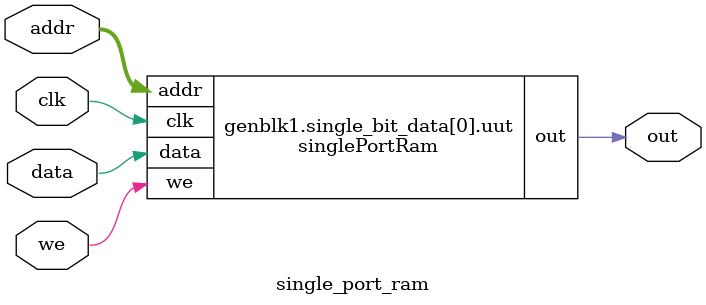
<source format=v>
/****************************************************************

# Description: Performing a recursive depth splitting for 		#

#			   single_port_ram memory hard blocks				#

#																#

# Author: Seyed Alireza Damghani (sdamghann@gmail.com)   		#

****************************************************************/



`timescale 1ps/1ps



`define MEM_MAXADDR 11

`define MEM_MAXDATA 36



// depth and data may need to be splited

module single_port_ram(clk, we, addr, data, out);



    parameter ADDR_WIDTH = `MEM_MAXADDR;

    parameter DATA_WIDTH = 1;



    input clk;

    input we;

    input [ADDR_WIDTH - 1:0] addr;

    input [DATA_WIDTH - 1:0] data;

    

    output reg [DATA_WIDTH - 1:0] out;    



	genvar i;

	generate 

		// split in depth

		if (ADDR_WIDTH > `MEM_MAXADDR)

		begin

			

            wire [ADDR_WIDTH-2:0] new_addr = addr[ADDR_WIDTH-2:0];

            wire [DATA_WIDTH-1:0] out_h, out_l;





            defparam uut_h.ADDR_WIDTH = ADDR_WIDTH-1;

            defparam uut_h.DATA_WIDTH = DATA_WIDTH;

            single_port_ram uut_h (

                .clk(clk), 

                .we(we), 

                .addr(new_addr), 

                .data(data), 

                .out(out_h)

            );



            defparam uut_l.ADDR_WIDTH = ADDR_WIDTH-1;

            defparam uut_l.DATA_WIDTH = DATA_WIDTH;

            single_port_ram uut_l (

                .clk(clk), 

                .we(we), 

                .addr(new_addr), 

                .data(data), 

                .out(out_l)

            );



            reg additional_bit;

            always @(posedge clk) additional_bit <= addr[ADDR_WIDTH-1];

            assign out = (additional_bit) ? out_h : out_l;



        end	else begin

            for (i = 0; i < DATA_WIDTH; i = i + 1) begin:single_bit_data

                singlePortRam uut (

                    .clk(clk), 

                    .we(we), 

                    .addr({ {{`MEM_MAXADDR-ADDR_WIDTH}{1'bx}}, addr[ADDR_WIDTH-1:0] }), 

                    .data(data[i]), 

                    .out(out[i])

                );

            end

        end

    endgenerate



endmodule



(* blackbox *)

module singlePortRam(clk, data, addr, we, out);



    localparam ADDR_WIDTH = `MEM_MAXADDR;

    localparam DATA_WIDTH = 1;



    input clk;

    input we;

    input [ADDR_WIDTH-1:0] addr;

    input [DATA_WIDTH-1:0] data;

    

    output reg [DATA_WIDTH-1:0] out;

    /*

    reg [DATA_WIDTH-1:0] RAM [(1<<ADDR_WIDTH)-1:0];



    always @(posedge clk)

    begin

        if (we)

                RAM[addr] <= data;

                

        out <= RAM[addr];

    end

    */

endmodule




</source>
